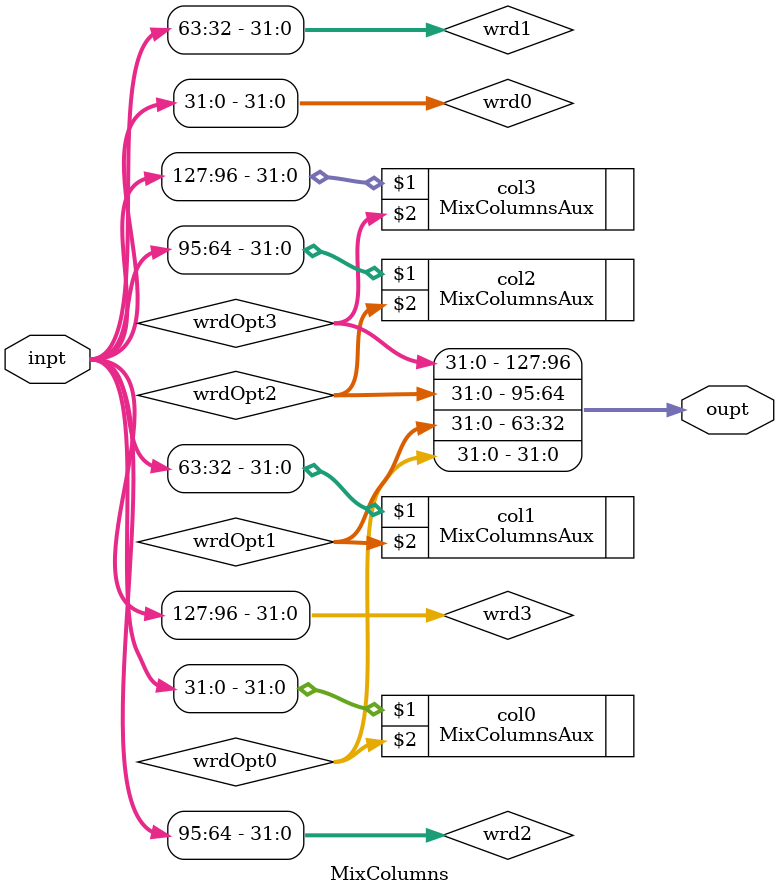
<source format=v>
`include "MixColumnsAux.v"
module MixColumns # (
parameter BYTE = 8,
parameter DWORD = 32,
parameter LENGTH = 128
)
(
input [ LENGTH-1 : 0 ] inpt,
output [ LENGTH-1 : 0 ] oupt
);
	wire [ DWORD-1 : 0 ] wrd0 , wrd1 , wrd2 , wrd3 ;
	wire [ DWORD-1 : 0 ] wrdOpt0 , wrdOpt1 , wrdOpt2 , wrdOpt3 ;
	assign { wrd3 , wrd2 , wrd1 , wrd0 } = inpt ;
	MixColumnsAux col0 ( wrd0 , wrdOpt0 ) ;
	MixColumnsAux col1 ( wrd1 , wrdOpt1 ) ;
	MixColumnsAux col2 ( wrd2 , wrdOpt2 ) ;
	MixColumnsAux col3 ( wrd3 , wrdOpt3 ) ;
	assign oupt = { wrdOpt3 , wrdOpt2 , wrdOpt1 , wrdOpt0 } ;
endmodule

</source>
